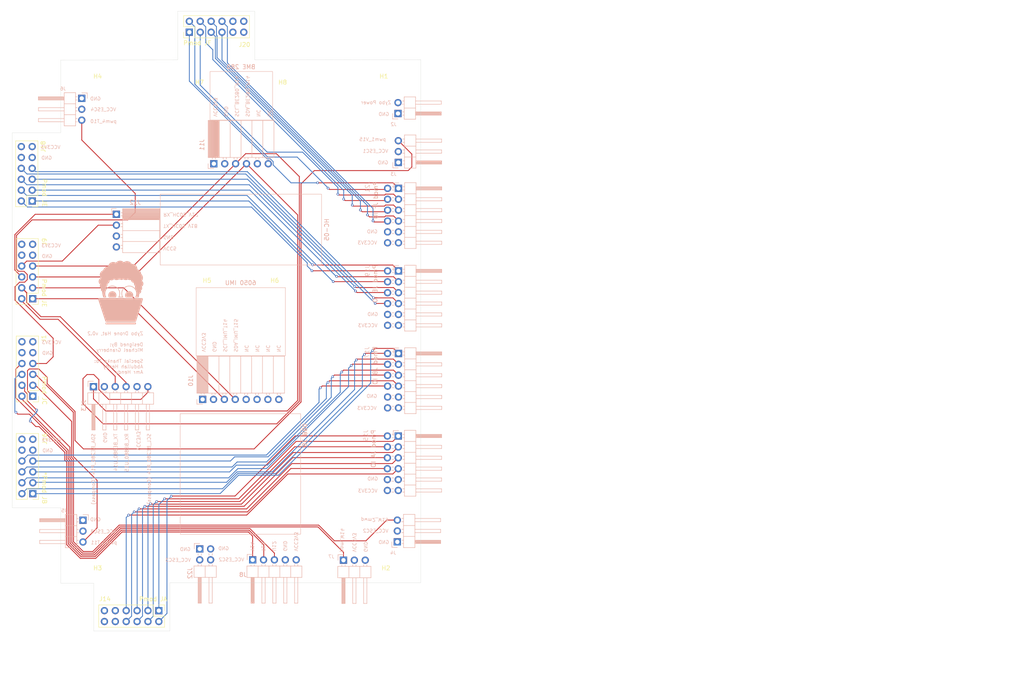
<source format=kicad_pcb>
(kicad_pcb (version 20240108) (generator "pcbnew") (generator_version "8.0")
  (layers (0 "F.Cu" signal) (1 "In1.Cu" signal) (2 "In2.Cu" signal) (31 "B.Cu" signal) (34 "B.Paste" user) (35 "F.Paste" user) (36 "B.SilkS" user "B.Silkscreen") (37 "F.SilkS" user "F.Silkscreen") (38 "B.Mask" user) (39 "F.Mask" user) (44 "Edge.Cuts" user))
  (net 0 "")
  (net 1 "GND")
  (net 2 "/VCC_ESC1")
  (net 3 "/VCC_ESC2")
  (net 4 "/pwm3_T11")
  (net 6 "/Y14")
  (net 7 "/pwm2_W15")
  (net 8 "/U12")
  (net 9 "/pwm1_V15")
  (net 11 "/pwm4_T10")
  (net 16 "/ppm_W14")
  (net 17 "/SCL_BE280_R14")
  (net 18 "/SDA_BE280_P14")
  (net 19 "/Connectors/L14")
  (net 20 "/T12")
  (net 21 "/TX_BE880_U14")
  (net 22 "/Connectors/N15")
  (net 23 "/Connectors/J16")
  (net 24 "/Connectors/L15")
  (net 25 "/RX_BE880_U15")
  (net 26 "/Connectors/K14")
  (net 27 "/Connectors/J14")
  (net 28 "/Connectors/K16")
  (net 29 "/Connectors/N16")
  (net 30 "/Connectors/V7")
  (net 31 "/Connectors/U7")
  (net 32 "/Connectors/V8")
  (net 33 "/Connectors/W8")
  (net 34 "/Connectors/W6")
  (net 35 "/Connectors/Y6")
  (net 36 "/Connectors/Y7")
  (net 37 "/Connectors/V6")
  (net 38 "/Connectors/V13")
  (net 39 "/Connectors/Y17")
  (net 40 "/Connectors/H15")
  (net 41 "/Connectors/W16")
  (net 42 "/Connectors/U17")
  (net 43 "/Connectors/T17")
  (net 44 "/Connectors/J15")
  (net 45 "/Connectors/V12")
  (net 46 "/Connectors/MIO-15")
  (net 47 "/Connectors/MIO-9")
  (net 48 "/Connectors/MIO-14")
  (net 49 "/Connectors/MIO-12")
  (net 50 "/Connectors/MIO-0")
  (net 51 "/SCL_IMU_T14")
  (net 52 "/Connectors/MIO-11")
  (net 53 "/Connectors/MIO-13")
  (net 54 "/Connectors/MIO-10")
  (net 55 "VCC3V3")
  (net 56 "/SDA_IMU_T15")
  (net 57 "/VCC_ESC3")
  (net 58 "/TX_HC05_V18")
  (net 59 "/RX_HC05_V17")
  (net 60 "/VCC_ESC4")
  (footprint "Library:PinHeader_2x06_P2.54mm_Horizontal_zybo_mod" (layer "F.Cu") (at 134.135 111.323334)
    (property "Reference" "J17")
    (property "Value" "Conn_01x12_Pin")
  )
  (footprint "MountingHole:MountingHole_3.2mm_M3" (layer "F.Cu") (at 133.09 154.99)
    (property "Reference" "H2")
    (property "Value" "MountingHole")
  )
  (footprint "Library:PinSocket_2x06_P2.54mm_Vertical_zybo_mod" (layer "F.Cu") (at 46.15 80.438432)
    (property "Reference" "J9")
    (property "Value" "Conn_01x12_Pin")
  )
  (footprint "MountingHole:MountingHole_3.2mm_M3" (layer "F.Cu") (at 56.31 154.99)
    (property "Reference" "H3")
    (property "Value" "MountingHole")
  )
  (footprint "MountingHole:MountingHole_3.2mm_M3" (layer "F.Cu") (at 133.09 40.21)
    (property "Reference" "H1")
    (property "Value" "MountingHole")
  )
  (footprint "Library:PinSocket_2x06_P2.54mm_Vertical_zybo_mod" (layer "F.Cu") (at 94.589589 30.1 -90)
    (property "Reference" "J20")
    (property "Value" "Conn_01x12_Pin")
  )
  (footprint "Library:PinSocket_2x06_P2.54mm_Vertical_zybo_mod" (layer "F.Cu") (at 46.2 125.938432)
    (property "Reference" "J16")
    (property "Value" "Conn_01x12_Pin")
  )
  (footprint "Library:PinSocket_2x06_P2.54mm_Vertical_zybo_mod" (layer "F.Cu") (at 46.2 103.188432)
    (property "Reference" "J1")
    (property "Value" "Conn_01x12_Pin")
  )
  (footprint "Library:PinSocket_2x06_P2.54mm_Vertical_zybo_mod" (layer "F.Cu") (at 63.75 165.1 90)
    (property "Reference" "J14")
    (property "Value" "Conn_01x12_Pin")
  )
  (footprint "MountingHole:MountingHole_3.2mm_M3" (layer "F.Cu") (at 86.85 92.25)
    (property "Reference" "H5")
    (property "Value" "MountingHole")
  )
  (footprint "MountingHole:MountingHole_3.2mm_M3" (layer "F.Cu") (at 102.65 92.25)
    (property "Reference" "H6")
    (property "Value" "MountingHole")
  )
  (footprint "Library:PinHeader_2x06_P2.54mm_Horizontal_zybo_mod" (layer "F.Cu") (at 134.135 72.790002)
    (property "Reference" "J21")
    (property "Value" "Conn_01x12_Pin")
  )
  (footprint "MountingHole:MountingHole_3.2mm_M3" (layer "F.Cu") (at 56.31 40.21)
    (property "Reference" "H4")
    (property "Value" "MountingHole")
  )
  (footprint "Library:PinHeader_2x06_P2.54mm_Horizontal_zybo_mod" (layer "F.Cu") (at 134.135 92.056668)
    (property "Reference" "J19")
    (property "Value" "Conn_01x12_Pin")
  )
  (footprint "MountingHole:MountingHole_3.2mm_M3" (layer "F.Cu") (at 99.6 41.8)
    (property "Reference" "H8")
    (property "Value" "MountingHole")
  )
  (footprint "MountingHole:MountingHole_3.2mm_M3" (layer "F.Cu") (at 90.1 41.8)
    (property "Reference" "H7")
    (property "Value" "MountingHole")
  )
  (footprint "Library:PinHeader_2x06_P2.54mm_Horizontal_zybo_mod" (layer "F.Cu") (at 134.09 130.59)
    (property "Reference" "J15")
    (property "Value" "Conn_01x12_Pin")
  )
  (footprint "Library:PinSocket_2x06_P2.54mm_Vertical_zybo_mod" (layer "F.Cu") (at 46.05 57.638432)
    (property "Reference" "J18")
    (property "Value" "Conn_01x12_Pin")
  )
  (footprint "Connector_PinHeader_2.54mm:PinHeader_1x02_P2.54mm_Horizontal" (layer "B.Cu") (at 131.425 49.075)
    (property "Reference" "J2")
    (property "Value" "Conn_01x02_Pin")
  )
  (footprint "Connector_PinHeader_2.54mm:PinHeader_1x03_P2.54mm_Horizontal" (layer "B.Cu") (at 57.9 144 180)
    (property "Reference" "J5")
    (property "Value" "Conn_01x03_Pin")
  )
  (footprint "Connector_PinHeader_2.54mm:PinHeader_1x03_P2.54mm_Horizontal" (layer "B.Cu") (at 131.27 149.05)
    (property "Reference" "J4")
    (property "Value" "Conn_01x03_Pin")
  )
  (footprint "Connector_PinHeader_2.54mm:PinHeader_1x03_P2.54mm_Horizontal" (layer "B.Cu") (at 118.7 153.325 -90)
    (property "Reference" "J7")
    (property "Value" "Conn_01x03_Pin")
  )
  (footprint "Connector_PinSocket_2.54mm:PinSocket_1x06_P2.54mm_Horizontal" (layer "B.Cu") (at 88.445 60.8 -90)
    (property "Reference" "J11")
    (property "Value" "Conn_01x06_Pin")
  )
  (footprint "Library:logo" (layer "B.Cu") (at 66.771689 90.8 180)
    (property "Reference" "G***")
    (property "Value" "LOGO" (hide yes))
  )
  (footprint "Connector_PinHeader_2.54mm:PinHeader_1x05_P2.54mm_Horizontal" (layer "B.Cu") (at 97.5 153.25 -90)
    (property "Reference" "J8")
    (property "Value" "Conn_01x05_Pin")
  )
  (footprint "Connector_PinHeader_2.54mm:PinHeader_2x02_P2.54mm_Horizontal" (layer "B.Cu") (at 85.15 150.7 -90)
    (property "Reference" "J22")
    (property "Value" "Conn_01x04_Pin")
  )
  (footprint "Connector_PinHeader_2.54mm:PinHeader_1x06_P2.54mm_Horizontal" (layer "B.Cu") (at 60.35 112.825 -90)
    (property "Reference" "J13")
    (property "Value" "Conn_01x06_Pin")
  )
  (footprint "Connector_PinSocket_2.54mm:PinSocket_1x04_P2.54mm_Horizontal" (layer "B.Cu") (at 65.7 72.6 180)
    (property "Reference" "J12")
    (property "Value" "Conn_01x04_Pin")
  )
  (footprint "Connector_PinSocket_2.54mm:PinSocket_1x08_P2.54mm_Horizontal" (layer "B.Cu") (at 85.825 115.8 -90)
    (property "Reference" "J10")
    (property "Value" "Conn_01x08_Pin")
  )
  (footprint "Connector_PinHeader_2.54mm:PinHeader_1x03_P2.54mm_Horizontal" (layer "B.Cu") (at 57.615 45.545 180)
    (property "Reference" "J6")
    (property "Value" "Conn_01x03_Pin")
  )
  (footprint "Connector_PinHeader_2.54mm:PinHeader_1x03_P2.54mm_Horizontal" (layer "B.Cu") (at 131.5 60.5)
    (property "Reference" "J3")
    (property "Value" "Conn_01x03_Pin")
  )
  (gr_rect (start 87.55 39.27) (end 102.15 50.6) (stroke (width 0.1)) (fill none) (layer "B.SilkS"))
  (gr_rect (start 75.925 67.9) (end 113.575 84.43) (stroke (width 0.1)) (fill none) (layer "B.SilkS"))
  (gr_rect (start 80.58 119.14) (end 108.7 147.26) (stroke (width 0.1)) (fill none) (layer "B.SilkS"))
  (gr_rect (start 84.31 89.72) (end 105.15 105.6) (stroke (width 0.1)) (fill none) (layer "B.SilkS"))
  (gr_line (start 136.7 158.6) (end 78.2 158.6) (stroke (width 0.05)) (layer "Edge.Cuts"))
  (gr_line (start 80 36.57) (end 52.7 36.6) (stroke (width 0.05)) (layer "Edge.Cuts"))
  (gr_line (start 98 36.57) (end 98.000312 25.2) (stroke (width 0.05)) (layer "Edge.Cuts"))
  (gr_line (start 52.75 158.7) (end 60.400035 158.7) (stroke (width 0.05)) (layer "Edge.Cuts"))
  (gr_line (start 52.7 36.6) (end 52.74 53.57) (stroke (width 0.05)) (layer "Edge.Cuts"))
  (gr_line (start 52.740001 141.075) (end 52.75 158.7) (stroke (width 0.05)) (layer "Edge.Cuts"))
  (gr_line (start 78.20007 169.85) (end 78.2 158.6) (stroke (width 0.05)) (layer "Edge.Cuts"))
  (gr_line (start 98.000312 25.2) (end 79.999687 25.2) (stroke (width 0.05)) (layer "Edge.Cuts"))
  (gr_line (start 41.4 141.075) (end 52.740001 141.075) (stroke (width 0.05)) (layer "Edge.Cuts"))
  (gr_line (start 136.75 36.5) (end 98 36.57) (stroke (width 0.05)) (layer "Edge.Cuts"))
  (gr_line (start 41.4 53.57) (end 41.4 141.075) (stroke (width 0.05)) (layer "Edge.Cuts"))
  (gr_line (start 78.20007 169.85) (end 60.4 169.85) (stroke (width 0.05)) (layer "Edge.Cuts"))
  (gr_line (start 60.4 169.85) (end 60.400035 158.7) (stroke (width 0.05)) (layer "Edge.Cuts"))
  (gr_line (start 79.999687 25.2) (end 80 36.57) (stroke (width 0.05)) (layer "Edge.Cuts"))
  (gr_line (start 136.7 158.6) (end 136.75 36.5) (stroke (width 0.05)) (layer "Edge.Cuts"))
  (gr_line (start 52.74 53.57) (end 41.4 53.57) (stroke (width 0.05)) (layer "Edge.Cuts"))
  (gr_text "VCC_ESC3" (at 65.7 147.1 0) (layer "B.SilkS") (effects (font (size 0.8 0.8) (thickness 0.1)) (justify left bottom mirror)))
  (gr_text "VCC3V3" (at 126.5 118.3 0) (layer "B.SilkS") (effects (font (size 0.8 0.8) (thickness 0.1)) (justify left bottom mirror)))
  (gr_text "GND" (at 76.6 77.466666 180) (layer "B.SilkS") (effects (font (size 0.8 0.8) (thickness 0.1)) (justify left bottom mirror)))
  (gr_text "GND" (at 126.7 77.1 0) (layer "B.SilkS") (effects (font (size 0.8 0.8) (thickness 0.1)) (justify left bottom mirror)))
  (gr_text "SDA_BE280_P14" (at 95.86 49.9 270) (layer "B.SilkS") (effects (font (size 0.8 0.8) (thickness 0.1)) (justify left bottom mirror)))
  (gr_text "VCC_ESC1" (at 129.2 58.3 0) (layer "B.SilkS") (effects (font (size 0.8 0.8) (thickness 0.1)) (justify left bottom mirror)))
  (gr_text "GND" (at 126.8 96.4 0) (layer "B.SilkS") (effects (font (size 0.8 0.8) (thickness 0.1)) (justify left bottom mirror)))
  (gr_text "GND" (at 62.1 46.1 0) (layer "B.SilkS") (effects (font (size 0.8 0.8) (thickness 0.1)) (justify left bottom mirror)))
  (gr_text "VCC3V3" (at 126.6 79.7 0) (layer "B.SilkS") (effects (font (size 0.8 0.8) (thickness 0.1)) (justify left bottom mirror)))
  (gr_text "VCC3V3" (at 52.8 80.35 0) (layer "B.SilkS") (effects (font (size 0.8 0.8) (thickness 0.1)) (justify left bottom mirror)))
  (gr_text "GND" (at 50.7 59.9 0) (layer "B.SilkS") (effects (font (size 0.8 0.8) (thickness 0.1)) (justify left bottom mirror)))
  (gr_text "GND" (at 83.05 151.25 0) (layer "B.SilkS") (effects (font (size 0.8 0.8) (thickness 0.1)) (justify left bottom mirror)))
  (gr_text "VCC3V3" (at 52.95 125.7 0) (layer "B.SilkS") (effects (font (size 0.8 0.8) (thickness 0.1)) (justify left bottom mirror)))
  (gr_text "GND" (at 50.95 128.2 0) (layer "B.SilkS") (effects (font (size 0.8 0.8) (thickness 0.1)) (justify left bottom mirror)))
  (gr_text "VCC5" (at 76.6 80.1 180) (layer "B.SilkS") (effects (font (size 0.8 0.8) (thickness 0.1)) (justify left bottom mirror)))
  (gr_text "GND" (at 62.1 144.3 0) (layer "B.SilkS") (effects (font (size 0.8 0.8) (thickness 0.1)) (justify left bottom mirror)))
  (gr_text "GND" (at 126.8 134.8 0) (layer "B.SilkS") (effects (font (size 0.8 0.8) (thickness 0.1)) (justify left bottom mirror)))
  (gr_text "SDA_BE280_P14 (Compass)" (at 60.8 123.7 90) (layer "B.SilkS") (effects (font (size 0.8 0.8) (thickness 0.1)) (justify left bottom mirror)))
  (gr_text "GND" (at 129.2 61 0) (layer "B.SilkS") (effects (font (size 0.8 0.8) (thickness 0.1)) (justify left bottom mirror)))
  (gr_text "VCC3V3" (at 70.37 127.793334 270) (layer "B.SilkS") (effects (font (size 0.8 0.8) (thickness 0.1)) (justify left bottom mirror)))
  (gr_text "VCC_ESC4" (at 65.7 48.6 0) (layer "B.SilkS") (effects (font (size 0.8 0.8) (thickness 0.1)) (justify left bottom mirror)))
  (gr_text "NC" (at 95.6 104.8 -90) (layer "B.SilkS") (effects (font (size 0.8 0.8) (thickness 0.1)) (justify left bottom mirror)))
  (gr_text "RX_BE880_U15" (at 68.6 123.7 90) (layer "B.SilkS") (effects (font (size 0.8 0.8) (thickness 0.1)) (justify left bottom mirror)))
  (gr_text "Zybo Drone Hat, v0.2\n\nDesigned By:\nMichael Granberry\n\nSpecial Thanks To:\nAbdullah Hendy\nAmr Hendy" (at 72 109.9 0) (layer "B.SilkS") (effects (font (size 0.8 0.8) (thickness 0.1)) (justify left bottom mirror)))
  (gr_text "GND" (at 129.4 49.7 0) (layer "B.SilkS") (effects (font (size 0.8 0.8) (thickness 0.1)) (justify left bottom mirror)))
  (gr_text "GND" (at 62.57 125.993333 270) (layer "B.SilkS") (effects (font (size 0.8 0.8) (thickness 0.1)) (justify left bottom mirror)))
  (gr_text "NC" (at 103.1 104.8 -90) (layer "B.SilkS") (effects (font (size 0.8 0.8) (thickness 0.1)) (justify left bottom mirror)))
  (gr_text "GND" (at 92 151.05 0) (layer "B.SilkS") (effects (font (size 0.8 0.8) (thickness 0.1)) (justify left bottom mirror)))
  (gr_text "VCC3V3" (at 120.75 151.5 270) (layer "B.SilkS") (effects (font (size 0.8 0.8) (thickness 0.1)) (justify left bottom mirror)))
  (gr_text "U12" (at 102.05 151.3 270) (layer "B.SilkS") (effects (font (size 0.8 0.8) (thickness 0.1)) (justify left bottom mirror)))
  (gr_text "T12" (at 99.5 151.3 270) (layer "B.SilkS") (effects (font (size 0.8 0.8) (thickness 0.1)) (justify left bottom mirror)))
  (gr_text "GND" (at 123.4 151.5 -90) (layer "B.SilkS") (effects (font (size 0.8 0.8) (thickness 0.1)) (justify left bottom mirror)))
  (gr_text "VCC3V3" (at 107.15 151.3 270) (layer "B.SilkS") (effects (font (size 0.8 0.8) (thickness 0.1)) (justify left bottom mirror)))
  (gr_text "VCC_ESC2" (at 129.25 146.95 0) (layer "B.SilkS") (effects (font (size 0.8 0.8) (thickness 0.1)) (justify left bottom mirror)))
  (gr_text "VCC_ESC3" (at 83.15 153.75 0) (layer "B.SilkS") (effects (font (size 0.8 0.8) (thickness 0.1)) (justify left bottom mirror)))
  (gr_text "NC" (at 98.1 104.8 -90) (layer "B.SilkS") (effects (font (size 0.8 0.8) (thickness 0.1)) (justify left bottom mirror)))
  (gr_text "SCL_IMU_T14" (at 90.6 104.8 270) (layer "B.SilkS") (effects (font (size 0.8 0.8) (thickness 0.1)) (justify left bottom mirror)))
  (gr_text "GND" (at 88.1 104.8 270) (layer "B.SilkS") (effects (font (size 0.8 0.8) (thickness 0.1)) (justify left bottom mirror)))
  (gr_text "GND" (at 90.82 49.9 270) (layer "B.SilkS") (effects (font (size 0.8 0.8) (thickness 0.1)) (justify left bottom mirror)))
  (gr_text "VCC3V3" (at 126.7 99 0) (layer "B.SilkS") (effects (font (size 0.8 0.8) (thickness 0.1)) (justify left bottom mirror)))
  (gr_text "Y14" (at 96.95 151.3 270) (layer "B.SilkS") (effects (font (size 0.8 0.8) (thickness 0.1)) (justify left bottom mirror)))
  (gr_text "SCL_BE280_R14" (at 93.34 49.9 270) (layer "B.SilkS") (effects (font (size 0.8 0.8) (thickness 0.1)) (justify left bottom mirror)))
  (gr_text "SDA_IMU_T15" (at 93.1 104.8 270) (layer "B.SilkS") (effects (font (size 0.8 0.8) (thickness 0.1)) (justify left bottom mirror)))
  (gr_text "RX_HC05_V17" (at 76.6 72.2 180) (layer "B.SilkS") (effects (font (size 0.8 0.8) (thickness 0.1)) (justify left bottom mirror)))
  (gr_text "NC" (at 98.38 49.9 -90) (layer "B.SilkS") (effects (font (size 0.8 0.8) (thickness 0.1)) (justify left bottom mirror)))
  (gr_text "GND" (at 129.4 149.6 0) (layer "B.SilkS") (effects (font (size 0.8 0.8) (thickness 0.1)) (justify left bottom mirror)))
  (gr_text "VCC3V3" (at 52.7 57.4 0) (layer "B.SilkS") (effects (font (size 0.8 0.8) (thickness 0.1)) (justify left bottom mirror)))
  (gr_text "VCC_ESC2" (at 95.6 153.65 0) (layer "B.SilkS") (effects (font (size 0.8 0.8) (thickness 0.1)) (justify left bottom mirror)))
  (gr_text "GND" (at 50.8 82.85 0) (layer "B.SilkS") (effects (font (size 0.8 0.8) (thickness 0.1)) (justify left bottom mirror)))
  (gr_text "SCL_BE280_R14 (Compass)" (at 73.8 123.7 90) (layer "B.SilkS") (effects (font (size 0.8 0.8) (thickness 0.1)) (justify left bottom mirror)))
  (gr_text "GND" (at 104.6 151.3 -90) (layer "B.SilkS") (effects (font (size 0.8 0.8) (thickness 0.1)) (justify left bottom mirror)))
  (gr_text "GND" (at 50.9 105.45 0) (layer "B.SilkS") (effects (font (size 0.8 0.8) (thickness 0.1)) (justify left bottom mirror)))
  (gr_text "VCC3V3" (at 88.3 49.9 270) (layer "B.SilkS") (effects (font (size 0.8 0.8) (thickness 0.1)) (justify left bottom mirror)))
  (gr_text "VCC3V3" (at 126.7 137.6 0) (layer "B.SilkS") (effects (font (size 0.8 0.8) (thickness 0.1)) (justify left bottom mirror)))
  (gr_text "GND" (at 126.6 115.5 0) (layer "B.SilkS") (effects (font (size 0.8 0.8) (thickness 0.1)) (justify left bottom mirror)))
  (gr_text "TX_HC05_V18" (at 76.6 74.833333 180) (layer "B.SilkS") (effects (font (size 0.8 0.8) (thickness 0.1)) (justify left bottom mirror)))
  (gr_text "NC" (at 100.6 104.8 -90) (layer "B.SilkS") (effects (font (size 0.8 0.8) (thickness 0.1)) (justify left bottom mirror)))
  (gr_text "VCC3V3" (at 52.9 102.95 0) (layer "B.SilkS") (effects (font (size 0.8 0.8) (thickness 0.1)) (justify left bottom mirror)))
  (gr_text "NC" (at 100.9 49.9 -90) (layer "B.SilkS") (effects (font (size 0.8 0.8) (thickness 0.1)) (justify left bottom mirror)))
  (gr_text "TX_BE880_U14" (at 66 123.7 90) (layer "B.SilkS") (effects (font (size 0.8 0.8) (thickness 0.1)) (justify left bottom mirror)))
  (gr_text "VCC3V3" (at 85.6 104.8 270) (layer "B.SilkS") (effects (font (size 0.8 0.8) (thickness 0.1)) (justify left bottom mirror)))
  (segment (start 55.65 118.792201) (end 46.826231 109.968432) (width 0.2) (layer "F.Cu") (net 4))
  (segment (start 57.9 149.08) (end 61.2 145.78) (width 0.2) (layer "F.Cu") (net 4))
  (segment (start 61.2 134.7) (end 55.65 129.15) (width 0.2) (layer "F.Cu") (net 4))
  (segment (start 46.826231 109.968432) (end 46.2 109.968432) (width 0.2) (layer "F.Cu") (net 4))
  (segment (start 55.65 129.15) (end 55.65 118.792201) (width 0.2) (layer "F.Cu") (net 4))
  (segment (start 61.2 145.78) (end 61.2 134.7) (width 0.2) (layer "F.Cu") (net 4))
  (segment (start 96.518628 146.75) (end 97.5 147.731372) (width 0.2) (layer "F.Cu") (net 6))
  (segment (start 47.1 118.3) (end 44.9 116.1) (width 0.2) (layer "F.Cu") (net 6))
  (segment (start 45.6 120.85) (end 46.9 122.15) (width 0.2) (layer "F.Cu") (net 6))
  (segment (start 53.65 128.15) (end 53.65 129.978429) (width 0.2) (layer "F.Cu") (net 6))
  (segment (start 44.9 114.5) (end 44.286231 113.886231) (width 0.2) (layer "F.Cu") (net 6))
  (segment (start 54.1 149.7) (end 57.3 152.9) (width 0.2) (layer "F.Cu") (net 6))
  (segment (start 44.286231 113.886231) (end 44.286231 113.134663) (width 0.2) (layer "F.Cu") (net 6))
  (segment (start 44.9 116.1) (end 44.9 114.5) (width 0.2) (layer "F.Cu") (net 6))
  (segment (start 97.5 147.731372) (end 97.5 153.25) (width 0.2) (layer "F.Cu") (net 6))
  (segment (start 47.65 122.15) (end 53.65 128.15) (width 0.2) (layer "F.Cu") (net 6))
  (segment (start 57.3 152.9) (end 60.862744 152.9) (width 0.2) (layer "F.Cu") (net 6))
  (segment (start 67.012744 146.75) (end 96.518628 146.75) (width 0.2) (layer "F.Cu") (net 6))
  (segment (start 46.9 122.15) (end 47.65 122.15) (width 0.2) (layer "F.Cu") (net 6))
  (segment (start 44.286231 113.134663) (end 43.66 112.508432) (width 0.2) (layer "F.Cu") (net 6))
  (segment (start 54.1 130.428429) (end 54.1 149.7) (width 0.2) (layer "F.Cu") (net 6))
  (segment (start 53.65 129.978429) (end 54.1 130.428429) (width 0.2) (layer "F.Cu") (net 6))
  (segment (start 60.862744 152.9) (end 67.012744 146.75) (width 0.2) (layer "F.Cu") (net 6))
  (via (at 45.6 120.85) (size 0.6) (drill 0.3) (layers "F.Cu" "B.Cu") (net 6))
  (via (at 47.1 118.3) (size 0.6) (drill 0.3) (layers "F.Cu" "B.Cu") (net 6))
  (segment (start 45.6 120.3) (end 45.6 120.85) (width 0.2) (layer "B.Cu") (net 6))
  (segment (start 47.1 118.8) (end 45.6 120.3) (width 0.2) (layer "B.Cu") (net 6))
  (segment (start 47.1 118.3) (end 47.1 118.8) (width 0.2) (layer "B.Cu") (net 6))
  (segment (start 131.27 143.97) (end 128.78 143.97) (width 0.2) (layer "F.Cu") (net 7))
  (segment (start 116.565686 148.8) (end 112.915686 145.15) (width 0.2) (layer "F.Cu") (net 7))
  (segment (start 112.915686 145.15) (end 66.350001 145.15) (width 0.2) (layer "F.Cu") (net 7))
  (segment (start 55.25 120.932201) (end 46.826231 112.508432) (width 0.2) (layer "F.Cu") (net 7))
  (segment (start 57.962744 151.3) (end 55.7 149.037256) (width 0.2) (layer "F.Cu") (net 7))
  (segment (start 55.7 149.037256) (end 55.7 129.765686) (width 0.2) (layer "F.Cu") (net 7))
  (segment (start 46.826231 112.508432) (end 46.2 112.508432) (width 0.2) (layer "F.Cu") (net 7))
  (segment (start 55.7 129.765686) (end 55.25 129.315686) (width 0.2) (layer "F.Cu") (net 7))
  (segment (start 60.2 151.3) (end 57.962744 151.3) (width 0.2) (layer "F.Cu") (net 7))
  (segment (start 66.350001 145.15) (end 65.165686 146.334315) (width 0.2) (layer "F.Cu") (net 7))
  (segment (start 123.95 148.8) (end 116.565686 148.8) (width 0.2) (layer "F.Cu") (net 7))
  (segment (start 128.78 143.97) (end 123.95 148.8) (width 0.2) (layer "F.Cu") (net 7))
  (segment (start 55.25 129.315686) (end 55.25 120.932201) (width 0.2) (layer "F.Cu") (net 7))
  (segment (start 65.165686 146.334315) (end 60.2 151.3) (width 0.2) (layer "F.Cu") (net 7))
  (segment (start 42.25 108.7) (end 43.521568 107.428432) (width 0.2) (layer "F.Cu") (net 8))
  (segment (start 54.9 149.368628) (end 54.9 130.097057) (width 0.2) (layer "F.Cu") (net 8))
  (segment (start 57.631372 152.1) (end 54.9 149.368628) (width 0.2) (layer "F.Cu") (net 8))
  (segment (start 102.58 151.68) (end 96.85 145.95) (width 0.2) (layer "F.Cu") (net 8))
  (segment (start 43.521568 107.428432) (end 43.66 107.428432) (width 0.2) (layer "F.Cu") (net 8))
  (segment (start 60.531372 152.1) (end 57.631372 152.1) (width 0.2) (layer "F.Cu") (net 8))
  (segment (start 66.681372 145.95) (end 60.531372 152.1) (width 0.2) (layer "F.Cu") (net 8))
  (segment (start 42.25 115.45) (end 42.25 108.7) (width 0.2) (layer "F.Cu") (net 8))
  (segment (start 54.45 127.65) (end 42.25 115.45) (width 0.2) (layer "F.Cu") (net 8))
  (segment (start 54.9 130.097057) (end 54.45 129.647057) (width 0.2) (layer "F.Cu") (net 8))
  (segment (start 54.45 129.647057) (end 54.45 127.65) (width 0.2) (layer "F.Cu") (net 8))
  (segment (start 96.85 145.95) (end 66.681372 145.95) (width 0.2) (layer "F.Cu") (net 8))
  (segment (start 102.58 153.25) (end 102.58 151.68) (width 0.2) (layer "F.Cu") (net 8))
  (segment (start 56.05 125.4) (end 56.05 118.626515) (width 0.2) (layer "F.Cu") (net 9))
  (segment (start 56.05 118.626515) (end 49.55 112.126515) (width 0.2) (layer "F.Cu") (net 9))
  (segment (start 47.6 108.7) (end 45.35 108.7) (width 0.2) (layer "F.Cu") (net 9))
  (segment (start 134.65 58.55) (end 134.65 61.55) (width 0.2) (layer "F.Cu") (net 9))
  (segment (start 49.55 110.65) (end 47.6 108.7) (width 0.2) (layer "F.Cu") (net 9))
  (segment (start 108.8 65.5) (end 108.8 116.4) (width 0.2) (layer "F.Cu") (net 9))
  (segment (start 111.9 62.4) (end 108.8 65.5) (width 0.2) (layer "F.Cu") (net 9))
  (segment (start 58 127.35) (end 56.05 125.4) (width 0.2) (layer "F.Cu") (net 9))
  (segment (start 44.95 113.798432) (end 46.2 115.048432) (width 0.2) (layer "F.Cu") (net 9))
  (segment (start 108.8 116.4) (end 97.85 127.35) (width 0.2) (layer "F.Cu") (net 9))
  (segment (start 49.55 112.126515) (end 49.55 110.65) (width 0.2) (layer "F.Cu") (net 9))
  (segment (start 44.95 109.1) (end 44.95 113.798432) (width 0.2) (layer "F.Cu") (net 9))
  (segment (start 131.5 55.42) (end 131.52 55.42) (width 0.2) (layer "F.Cu") (net 9))
  (segment (start 133.8 62.4) (end 111.9 62.4) (width 0.2) (layer "F.Cu") (net 9))
  (segment (start 97.85 127.35) (end 58 127.35) (width 0.2) (layer "F.Cu") (net 9))
  (segment (start 131.52 55.42) (end 134.65 58.55) (width 0.2) (layer "F.Cu") (net 9))
  (segment (start 45.35 108.7) (end 44.95 109.1) (width 0.2) (layer "F.Cu") (net 9))
  (segment (start 134.65 61.55) (end 133.8 62.4) (width 0.2) (layer "F.Cu") (net 9))
  (segment (start 42.4 77.515686) (end 42.4 85.442746) (width 0.2) (layer "F.Cu") (net 11))
  (segment (start 42.857254 85.9) (end 44.15 85.9) (width 0.2) (layer "F.Cu") (net 11))
  (segment (start 70.1 72.15) (end 68.35 73.9) (width 0.2) (layer "F.Cu") (net 11))
  (segment (start 42.05 89.5) (end 42.05 92.65) (width 0.2) (layer "F.Cu") (net 11))
  (segment (start 44.15 85.9) (end 44.9 86.65) (width 0.2) (layer "F.Cu") (net 11))
  (segment (start 50.95 105.85) (end 49.371568 107.428432) (width 0.2) (layer "F.Cu") (net 11))
  (segment (start 44.3 88.45) (end 43.1 88.45) (width 0.2) (layer "F.Cu") (net 11))
  (segment (start 42.05 92.65) (end 50.95 101.55) (width 0.2) (layer "F.Cu") (net 11))
  (segment (start 57.615 55.265) (end 70.1 67.75) (width 0.2) (layer "F.Cu") (net 11))
  (segment (start 44.9 87.85) (end 44.3 88.45) (width 0.2) (layer "F.Cu") (net 11))
  (segment (start 43.1 88.45) (end 42.05 89.5) (width 0.2) (layer "F.Cu") (net 11))
  (segment (start 44.9 86.65) (end 44.9 87.85) (width 0.2) (layer "F.Cu") (net 11))
  (segment (start 46.015686 73.9) (end 42.4 77.515686) (width 0.2) (layer "F.Cu") (net 11))
  (segment (start 57.615 50.625) (end 57.615 55.265) (width 0.2) (layer "F.Cu") (net 11))
  (segment (start 49.371568 107.428432) (end 46.2 107.428432) (width 0.2) (layer "F.Cu") (net 11))
  (segment (start 68.35 73.9) (end 46.015686 73.9) (width 0.2) (layer "F.Cu") (net 11))
  (segment (start 42.4 85.442746) (end 42.857254 85.9) (width 0.2) (layer "F.Cu") (net 11))
  (segment (start 50.95 101.55) (end 50.95 105.85) (width 0.2) (layer "F.Cu") (net 11))
  (segment (start 70.1 67.75) (end 70.1 72.15) (width 0.2) (layer "F.Cu") (net 11))
  (segment (start 118.7 153.325) (end 118.7 151.5) (width 0.2) (layer "F.Cu") (net 16))
  (segment (start 66.515686 145.55) (end 60.365686 151.7) (width 0.2) (layer "F.Cu") (net 16))
  (segment (start 112.75 145.55) (end 66.515686 145.55) (width 0.2) (layer "F.Cu") (net 16))
  (segment (start 43.66 115.76) (end 43.66 115.048432) (width 0.2) (layer "F.Cu") (net 16))
  (segment (start 60.365686 151.7) (end 57.797058 151.7) (width 0.2) (layer "F.Cu") (net 16))
  (segment (start 54.85 129.481371) (end 54.85 126.95) (width 0.2) (layer "F.Cu") (net 16))
  (segment (start 118.7 151.5) (end 112.75 145.55) (width 0.2) (layer "F.Cu") (net 16))
  (segment (start 57.797058 151.7) (end 55.3 149.202942) (width 0.2) (layer "F.Cu") (net 16))
  (segment (start 54.85 126.95) (end 43.66 115.76) (width 0.2) (layer "F.Cu") (net 16))
  (segment (start 55.3 149.202942) (end 55.3 129.931371) (width 0.2) (layer "F.Cu") (net 16))
  (segment (start 55.3 129.931371) (end 54.85 129.481371) (width 0.2) (layer "F.Cu") (net 16))
  (segment (start 57.9 110.95) (end 58.85 110) (width 0.2) (layer "F.Cu") (net 17))
  (segment (start 61.6 111.181372) (end 61.6 113.5) (width 0.2) (layer "F.Cu") (net 17))
  (segment (start 95.875 58.45) (end 103.05 58.45) (width 0.2) (layer "F.Cu") (net 17))
  (segment (start 60.418628 110) (end 61.6 111.181372) (width 0.2) (layer "F.Cu") (net 17))
  (segment (start 93.525 60.8) (end 95.875 58.45) (width 0.2) (layer "F.Cu") (net 17))
  (segment (start 61.6 113.5) (end 63.9 115.8) (width 0.2) (layer "F.Cu") (net 17))
  (segment (start 103.05 58.45) (end 108.4 63.8) (width 0.2) (layer "F.Cu") (net 17))
  (segment (start 103.134314 121.5) (end 62.6 121.5) (width 0.2) (layer "F.Cu") (net 17))
  (segment (start 58.85 110) (end 60.418628 110) (width 0.2) (layer "F.Cu") (net 17))
  (segment (start 108.4 63.8) (end 108.4 116.234314) (width 0.2) (layer "F.Cu") (net 17))
  (segment (start 62.6 121.5) (end 57.9 116.8) (width 0.2) (layer "F.Cu") (net 17))
  (segment (start 57.9 116.8) (end 57.9 110.95) (width 0.2) (layer "F.Cu") (net 17))
  (segment (start 63.9 115.8) (end 71.4 115.8) (width 0.2) (layer "F.Cu") (net 17))
  (segment (start 108.4 116.234314) (end 103.134314 121.5) (width 0.2) (layer "F.Cu") (net 17))
  (segment (start 69.646568 84.678432) (end 93.525 60.8) (width 0.2) (layer "F.Cu") (net 17))
  (segment (start 46.15 84.678432) (end 69.646568 84.678432) (width 0.2) (layer "F.Cu") (net 17))
  (segment (start 71.4 115.8) (end 73.05 114.15) (width 0.2) (layer "F.Cu") (net 17))
  (segment (start 73.05 114.15) (end 73.05 112.825) (width 0.2) (layer "F.Cu") (net 17))
  (segment (start 108 116.068628) (end 108 72.735) (width 0.2) (layer "F.Cu") (net 18))
  (segment (start 60.35 115.65) (end 63.2 118.5) (width 0.2) (layer "F.Cu") (net 18))
  (segment (start 105.568628 118.5) (end 108 116.068628) (width 0.2) (layer "F.Cu") (net 18))
  (segment (start 63.2 118.5) (end 105.568628 118.5) (width 0.2) (layer "F.Cu") (net 18))
  (segment (start 46.15 87.218432) (end 69.646568 87.218432) (width 0.2) (layer "F.Cu") (net 18))
  (segment (start 108 72.735) (end 96.065 60.8) (width 0.2) (layer "F.Cu") (net 18))
  (segment (start 60.35 112.825) (end 60.35 115.65) (width 0.2) (layer "F.Cu") (net 18))
  (segment (start 69.646568 87.218432) (end 96.065 60.8) (width 0.2) (layer "F.Cu") (net 18))
  (segment (start 94.9 140.25) (end 106.95 128.2) (width 0.2) (layer "F.Cu") (net 19))
  (segment (start 106.95 128.2) (end 130.147498 128.2) (width 0.2) (layer "F.Cu") (net 19))
  (segment (start 130.147498 128.2) (end 131.495 126.852498) (width 0.2) (layer "F.Cu") (net 19))
  (segment (start 73.75 140.25) (end 94.9 140.25) (width 0.2) (layer "F.Cu") (net 19))
  (segment (start 73.65 140.15) (end 73.75 140.25) (width 0.2) (layer "F.Cu") (net 19))
  (via (at 73.65 140.15) (size 0.6) (drill 0.3) (layers "F.Cu" "B.Cu") (net 19))
  (segment (start 73.07 140.73) (end 73.07 165.1) (width 0.2) (layer "B.Cu") (net 19))
  (segment (start 73.65 140.15) (end 73.07 140.73) (width 0.2) (layer "B.Cu") (net 19))
  (segment (start 54.5 149.534314) (end 57.465686 152.5) (width 0.2) (layer "F.Cu") (net 20))
  (segment (start 96.684314 146.35) (end 100.094314 149.76) (width 0.2) (layer "F.Cu") (net 20))
  (segment (start 100.094314 149.76) (end 100.094314 153.195686) (width 0.2) (layer "F.Cu") (net 20))
  (segment (start 42.25 118.8) (end 42.7 119.25) (width 0.2) (layer "F.Cu") (net 20))
  (segment (start 57.465686 152.5) (end 60.697058 152.5) (width 0.2) (layer "F.Cu") (net 20))
  (segment (start 54.05 127.9) (end 54.05 129.812743) (width 0.2) (layer "F.Cu") (net 20))
  (segment (start 54.05 129.812743) (end 54.5 130.262743) (width 0.2) (layer "F.Cu") (net 20))
  (segment (start 42.7 119.25) (end 45.4 119.25) (width 0.2) (layer "F.Cu") (net 20))
  (segment (start 100.094314 153.195686) (end 100.04 153.25) (width 0.2) (layer "F.Cu") (net 20))
  (segment (start 66.847058 146.35) (end 96.684314 146.35) (width 0.2) (layer "F.Cu") (net 20))
  (segment (start 60.697058 152.5) (end 66.847058 146.35) (width 0.2) (layer "F.Cu") (net 20))
  (segment (start 45.4 119.25) (end 54.05 127.9) (width 0.2) (layer "F.Cu") (net 20))
  (segment (start 54.5 130.262743) (end 54.5 149.534314) (width 0.2) (layer "F.Cu") (net 20))
  (via (at 42.25 118.8) (size 0.6) (drill 0.3) (layers "F.Cu" "B.Cu") (net 20))
  (segment (start 43.018432 109.968432) (end 43.66 109.968432) (width 0.2) (layer "B.Cu") (net 20))
  (segment (start 42 110.986864) (end 43.018432 109.968432) (width 0.2) (layer "B.Cu") (net 20))
  (segment (start 42 118.55) (end 42 110.986864) (width 0.2) (layer "B.Cu") (net 20))
  (segment (start 42.25 118.8) (end 42 118.55) (width 0.2) (layer "B.Cu") (net 20))
  (segment (start 47.9 97.1) (end 52.1 97.1) (width 0.2) (layer "F.Cu") (net 21))
  (segment (start 65.43 110.43) (end 65.43 112.825) (width 0.2) (layer "F.Cu") (net 21))
  (segment (start 43.61 92.81) (end 47.9 97.1) (width 0.2) (layer "F.Cu") (net 21))
  (segment (start 43.61 92.298432) (end 43.61 92.81) (width 0.2) (layer "F.Cu") (net 21))
  (segment (start 52.1 97.1) (end 65.43 110.43) (width 0.2) (layer "F.Cu") (net 21))
  (segment (start 76.95 139) (end 94.25 139) (width 0.2) (layer "F.Cu") (net 22))
  (segment (start 94.25 139) (end 107.65 125.6) (width 0.2) (layer "F.Cu") (net 22))
  (segment (start 130.207498 125.6) (end 131.495 124.312498) (width 0.2) (layer "F.Cu") (net 22))
  (segment (start 107.65 125.6) (end 130.207498 125.6) (width 0.2) (layer "F.Cu") (net 22))
  (via (at 76.95 139) (size 0.6) (drill 0.3) (layers "F.Cu" "B.Cu") (net 22))
  (segment (start 75.61 140.34) (end 75.61 165.1) (width 0.2) (layer "B.Cu") (net 22))
  (segment (start 76.95 139) (end 75.61 140.34) (width 0.2) (layer "B.Cu") (net 22))
  (segment (start 95.5 140.75) (end 106.857502 129.392498) (width 0.2) (layer "F.Cu") (net 23))
  (segment (start 106.857502 129.392498) (end 128.955 129.392498) (width 0.2) (layer "F.Cu") (net 23))
  (segment (start 72.35 140.75) (end 95.5 140.75) (width 0.2) (layer "F.Cu") (net 23))
  (via (at 72.35 140.75) (size 0.6) (drill 0.3) (layers "F.Cu" "B.Cu") (net 23))
  (segment (start 71.8 141.3) (end 71.8 166.37) (width 0.2) (layer "B.Cu") (net 23))
  (segment (start 71.8 166.37) (end 70.53 167.64) (width 0.2) (layer "B.Cu") (net 23))
  (segment (start 72.35 140.75) (end 71.8 141.3) (width 0.2) (layer "B.Cu") (net 23))
  (segment (start 107.311717 126.852498) (end 128.955 126.852498) (width 0.2) (layer "F.Cu") (net 24))
  (segment (start 94.514215 139.65) (end 107.311717 126.852498) (width 0.2) (layer "F.Cu") (net 24))
  (segment (start 75.1 139.65) (end 94.514215 139.65) (width 0.2) (layer "F.Cu") (net 24))
  (via (at 75.1 139.65) (size 0.6) (drill 0.3) (layers "F.Cu" "B.Cu") (net 24))
  (segment (start 74.3 166.41) (end 73.07 167.64) (width 0.2) (layer "B.Cu") (net 24))
  (segment (start 75.04 139.65) (end 74.3 140.39) (width 0.2) (layer "B.Cu") (net 24))
  (segment (start 74.3 140.39) (end 74.3 166.41) (width 0.2) (layer "B.Cu") (net 24))
  (segment (start 75.1 139.65) (end 75.04 139.65) (width 0.2) (layer "B.Cu") (net 24))
  (segment (start 48.1 96.5) (end 52.6 96.5) (width 0.2) (layer "F.Cu") (net 25))
  (segment (start 44.785 90.933432) (end 44.785 93.185) (width 0.25) (layer "F.Cu") (net 25))
  (segment (start 44.785 93.185) (end 45.5 93.9) (width 0.25) (layer "F.Cu") (net 25))
  (segment (start 43.61 89.758432) (end 44.785 90.933432) (width 0.25) (layer "F.Cu") (net 25))
  (segment (start 45.5 93.9) (end 48.1 96.5) (width 0.2) (layer "F.Cu") (net 25))
  (segment (start 52.6 96.5) (end 67.97 111.87) (width 0.2) (layer "F.Cu") (net 25))
  (segment (start 67.97 111.87) (end 67.97 112.825) (width 0.2) (layer "F.Cu") (net 25))
  (segment (start 105.715686 133.2) (end 130.227498 133.2) (width 0.2) (layer "F.Cu") (net 26))
  (segment (start 130.227498 133.2) (end 131.495 131.932498) (width 0.2) (layer "F.Cu") (net 26))
  (segment (start 68.55 142.8) (end 96.115686 142.8) (width 0.2) (layer "F.Cu") (net 26))
  (segment (start 96.115686 142.8) (end 105.715686 133.2) (width 0.2) (layer "F.Cu") (net 26))
  (via (at 68.55 142.8) (size 0.6) (drill 0.3) (layers "F.Cu" "B.Cu") (net 26))
  (segment (start 68 143.35) (end 68 165.09) (width 0.2) (layer "B.Cu") (net 26))
  (segment (start 68 165.09) (end 67.99 165.1) (width 0.2) (layer "B.Cu") (net 26))
  (segment (start 68.55 142.8) (end 68 143.35) (width 0.2) (layer "B.Cu") (net 26))
  (segment (start 69.85 142.05) (end 96.3 142.05) (width 0.2) (layer "F.Cu") (net 27))
  (segment (start 96.3 142.05) (end 106.417502 131.932498) (width 0.2) (layer "F.Cu") (net 27))
  (segment (start 106.417502 131.932498) (end 128.955 131.932498) (width 0.2) (layer "F.Cu") (net 27))
  (via (at 69.85 142.05) (size 0.6) (drill 0.3) (layers "F.Cu" "B.Cu") (net 27))
  (segment (start 69.25 166.38) (end 67.99 167.64) (width 0.2) (layer "B.Cu") (net 27))
  (segment (start 69.85 142.05) (end 69.25 142.65) (width 0.2) (layer "B.Cu") (net 27))
  (segment (start 69.25 142.65) (end 69.25 166.38) (width 0.2) (layer "B.Cu") (net 27))
  (segment (start 130.105 130.782498) (end 131.495 129.392498) (width 0.2) (layer "F.Cu") (net 28))
  (segment (start 71 141.35) (end 96.1 141.35) (width 0.2) (layer "F.Cu") (net 28))
  (segment (start 96.1 141.35) (end 106.667502 130.782498) (width 0.2) (layer "F.Cu") (net 28))
  (segment (start 106.667502 130.782498) (end 130.105 130.782498) (width 0.2) (layer "F.Cu") (net 28))
  (via (at 71 141.35) (size 0.6) (drill 0.3) (layers "F.Cu" "B.Cu") (net 28))
  (segment (start 70.55 165.08) (end 70.53 165.1) (width 0.2) (layer "B.Cu") (net 28))
  (segment (start 71 141.35) (end 70.55 141.8) (width 0.2) (layer "B.Cu") (net 28))
  (segment (start 70.55 141.8) (end 70.55 165.08) (width 0.2) (layer "B.Cu") (net 28))
  (segment (start 78.5 138.398432) (end 78.548432 138.35) (width 0.2) (layer "F.Cu") (net 29))
  (segment (start 107.437502 124.312498) (end 128.955 124.312498) (width 0.2) (layer "F.Cu") (net 29))
  (segment (start 93.4 138.35) (end 107.437502 124.312498) (width 0.2) (layer "F.Cu") (net 29))
  (segment (start 78.548432 138.35) (end 93.4 138.35) (width 0.2) (layer "F.Cu") (net 29))
  (via (at 78.5 138.398432) (size 0.6) (drill 0.3) (layers "F.Cu" "B.Cu") (net 29))
  (segment (start 77.5 165.75) (end 75.61 167.64) (width 0.2) (layer "B.Cu") (net 29))
  (segment (start 77.5 139.398432) (end 77.5 165.75) (width 0.2) (layer "B.Cu") (net 29))
  (segment (start 78.5 138.398432) (end 77.5 139.398432) (width 0.2) (layer "B.Cu") (net 29))
  (segment (start 115.1 111.8) (end 115.45 111.45) (width 0.2) (layer "F.Cu") (net 30))
  (segment (start 130.324168 111.45) (end 131.54 112.665832) (width 0.2) (layer "F.Cu") (net 30))
  (segment (start 115.45 111.45) (end 130.324168 111.45) (width 0.2) (layer "F.Cu") (net 30))
  (via (at 115.1 111.8) (size 0.6) (drill 0.3) (layers "F.Cu" "B.Cu") (net 30))
  (segment (start 101.1 129.2) (end 93.3 129.2) (width 0.2) (layer "B.Cu") (net 30))
  (segment (start 93.3 129.2) (end 92.321568 130.178432) (width 0.2) (layer "B.Cu") (net 30))
  (segment (start 114.7 115.6) (end 101.1 129.2) (width 0.2) (layer "B.Cu") (net 30))
  (segment (start 115.1 111.8) (end 114.7 112.2) (width 0.2) (layer "B.Cu") (net 30))
  (segment (start 114.7 112.2) (end 114.7 115.6) (width 0.2) (layer "B.Cu") (net 30))
  (segment (start 92.321568 130.178432) (end 46.2 130.178432) (width 0.2) (layer "B.Cu") (net 30))
  (segment (start 118.724168 108.975832) (end 130.39 108.975832) (width 0.2) (layer "F.Cu") (net 31))
  (segment (start 118.3 109.4) (end 118.724168 108.975832) (width 0.2) (layer "F.Cu") (net 31))
  (segment (start 130.39 108.975832) (end 131.54 110.125832) (width 0.2) (layer "F.Cu") (net 31))
  (via (at 118.3 109.4) (size 0.6) (drill 0.3) (layers "F.Cu" "B.Cu") (net 31))
  (segment (start 100.95 131.15) (end 93.7 131.15) (width 0.2) (layer "B.Cu") (net 31))
  (segment (start 117.95 109.75) (end 117.95 114.15) (width 0.2) (layer "B.Cu") (net 31))
  (segment (start 118.3 109.4) (end 117.95 109.75) (width 0.2) (layer "B.Cu") (net 31))
  (segment (start 92.131568 132.718432) (end 46.2 132.718432) (width 0.2) (layer "B.Cu") (net 31))
  (segment (start 117.95 114.15) (end 100.95 131.15) (width 0.2) (layer "B.Cu") (net 31))
  (segment (start 93.7 131.15) (end 92.131568 132.718432) (width 0.2) (layer "B.Cu") (net 31))
  (segment (start 125.5 104.4) (end 126.004168 103.895832) (width 0.2) (layer "F.Cu") (net 32))
  (segment (start 130.39 103.895832) (end 131.54 105.045832) (width 0.2) (layer "F.Cu") (net 32))
  (segment (start 126.004168 103.895832) (end 130.39 103.895832) (width 0.2) (layer "F.Cu") (net 32))
  (via (at 125.5 104.4) (size 0.6) (drill 0.3) (layers "F.Cu" "B.Cu") (net 32))
  (segment (start 125.5 104.4) (end 125.05 104.85) (width 0.2) (layer "B.Cu") (net 32))
  (segment (start 125.05 104.85) (end 125.05 112) (width 0.2) (layer "B.Cu") (net 32))
  (segment (start 103.55 133.5) (end 94.2 133.5) (width 0.2) (layer "B.Cu") (net 32))
  (segment (start 89.901568 137.798432) (end 46.2 137.798432) (width 0.2) (layer "B.Cu") (net 32))
  (segment (start 125.05 112) (end 103.55 133.5) (width 0.2) (layer "B.Cu") (net 32))
  (segment (start 94.2 133.5) (end 89.901568 137.798432) (width 0.2) (layer "B.Cu") (net 32))
  (segment (start 130.354168 106.4) (end 131.54 107.585832) (width 0.2) (layer "F.Cu") (net 33))
  (segment (start 121.9 106.4) (end 130.354168 106.4) (width 0.2) (layer "F.Cu") (net 33))
  (segment (start 121.7 106.6) (end 121.9 106.4) (width 0.2) (layer "F.Cu") (net 33))
  (via (at 121.7 106.6) (size 0.6) (drill 0.3) (layers "F.Cu" "B.Cu") (net 33))
  (segment (start 121.3 107) (end 121.3 113.5) (width 0.2) (layer "B.Cu") (net 33))
  (segment (start 46.308432 135.15) (end 46.2 135.258432) (width 0.2) (layer "B.Cu") (net 33))
  (segment (start 102.1 132.7) (end 93.868628 132.7) (width 0.2) (layer "B.Cu") (net 33))
  (segment (start 121.7 106.6) (end 121.3 107) (width 0.2) (layer "B.Cu") (net 33))
  (segment (start 91.418628 135.15) (end 46.308432 135.15) (width 0.2) (layer "B.Cu") (net 33))
  (segment (start 121.3 113.5) (end 102.1 132.7) (width 0.2) (layer "B.Cu") (net 33))
  (segment (start 93.868628 132.7) (end 91.418628 135.15) (width 0.2) (layer "B.Cu") (net 33))
  (segment (start 113.3 113.1) (end 113.734168 112.665832) (width 0.2) (layer "F.Cu") (net 34))
  (segment (start 113.734168 112.665832) (end 129 112.665832) (width 0.2) (layer "F.Cu") (net 34))
  (via (at 113.3 113.1) (size 0.6) (drill 0.3) (layers "F.Cu" "B.Cu") (net 34))
  (segment (start 45.038432 128.8) (end 43.66 130.178432) (width 0.2) (layer "B.Cu") (net 34))
  (segment (start 113 116.5) (end 100.7 128.8) (width 0.2) (layer "B.Cu") (net 34))
  (segment (start 113 113.4) (end 113 116.5) (width 0.2) (layer "B.Cu") (net 34))
  (segment (start 100.7 128.8) (end 45.038432 128.8) (width 0.2) (layer "B.Cu") (net 34))
  (segment (start 113.3 113.1) (end 113 113.4) (width 0.2) (layer "B.Cu") (net 34))
  (segment (start 120.814168 107.585832) (end 129 107.585832) (width 0.2) (layer "F.Cu") (net 35))
  (segment (start 120.5 107.9) (end 120.814168 107.585832) (width 0.2) (layer "F.Cu") (net 35))
  (via (at 120.5 107.9) (size 0.6) (drill 0.3) (layers "F.Cu" "B.Cu") (net 35))
  (segment (start 91.89451 134.108432) (end 44.81 134.108432) (width 0.2) (layer "B.Cu") (net 35))
  (segment (start 119.9 108.5) (end 119.9 112.8) (width 0.2) (layer "B.Cu") (net 35))
  (segment (start 120.5 107.9) (end 119.9 108.5) (width 0.2) (layer "B.Cu") (net 35))
  (segment (start 119.9 112.8) (end 100.75 131.95) (width 0.2) (layer "B.Cu") (net 35))
  (segment (start 44.81 134.108432) (end 43.66 135.258432) (width 0.2) (layer "B.Cu") (net 35))
  (segment (start 94.052942 131.95) (end 91.89451 134.108432) (width 0.2) (layer "B.Cu") (net 35))
  (segment (start 100.75 131.95) (end 94.052942 131.95) (width 0.2) (layer "B.Cu") (net 35))
  (segment (start 123.6 105.3) (end 123.854168 105.045832) (width 0.2) (layer "F.Cu") (net 36))
  (segment (start 123.854168 105.045832) (end 129 105.045832) (width 0.2) (layer "F.Cu") (net 36))
  (via (at 123.6 105.3) (size 0.6) (drill 0.3) (layers "F.Cu" "B.Cu") (net 36))
  (segment (start 94.034314 133.1) (end 90.485882 136.648432) (width 0.2) (layer "B.Cu") (net 36))
  (segment (start 123.1 112.9) (end 102.9 133.1) (width 0.2) (layer "B.Cu") (net 36))
  (segment (start 123.1 105.8) (end 123.1 112.9) (width 0.2) (layer "B.Cu") (net 36))
  (segment (start 102.9 133.1) (end 94.034314 133.1) (width 0.2) (layer "B.Cu") (net 36))
  (segment (start 90.485882 136.648432) (end 44.81 136.648432) (width 0.2) (layer "B.Cu") (net 36))
  (segment (start 44.81 136.648432) (end 43.66 137.798432) (width 0.2) (layer "B.Cu") (net 36))
  (segment (start 123.6 105.3) (end 123.1 105.8) (width 0.2) (layer "B.Cu") (net 36))
  (segment (start 116.574168 110.125832) (end 129 110.125832) (width 0.2) (layer "F.Cu") (net 37))
  (segment (start 116.2 110.5) (end 116.574168 110.125832) (width 0.2) (layer "F.Cu") (net 37))
  (via (at 116.2 110.5) (size 0.6) (drill 0.3) (layers "F.Cu" "B.Cu") (net 37))
  (segment (start 93.884314 130.4) (end 92.715882 131.568432) (width 0.2) (layer "B.Cu") (net 37))
  (segment (start 115.85 115.3) (end 100.75 130.4) (width 0.2) (layer "B.Cu") (net 37))
  (segment (start 116.2 110.5) (end 115.85 110.85) (width 0.2) (layer "B.Cu") (net 37))
  (segment (start 115.85 110.85) (end 115.85 115.3) (width 0.2) (layer "B.Cu") (net 37))
  (segment (start 44.81 131.568432) (end 43.66 132.718432) (width 0.2) (layer "B.Cu") (net 37))
  (segment (start 92.715882 131.568432) (end 44.81 131.568432) (width 0.2) (layer "B.Cu") (net 37))
  (segment (start 100.75 130.4) (end 93.884314 130.4) (width 0.2) (layer "B.Cu") (net 37))
  (segment (start 111.35 85.779166) (end 129 85.779166) (width 0.2) (layer "F.Cu") (net 38))
  (via (at 111.35 85.779166) (size 0.6) (drill 0.3) (layers "F.Cu" "B.Cu") (net 38))
  (segment (start 110.25 83.95) (end 97.2 70.9) (width 0.2) (layer "B.Cu") (net 38))
  (segment (start 44.911568 70.9) (end 43.51 69.498432) (width 0.2) (layer "B.Cu") (net 38))
  (segment (start 111.35 85.779166) (end 110.25 84.679166) (width 0.2) (layer "B.Cu") (net 38))
  (segment (start 110.25 84.679166) (end 110.25 83.95) (width 0.2) (layer "B.Cu") (net 38))
  (segment (start 97.2 70.9) (end 44.911568 70.9) (width 0.2) (layer "B.Cu") (net 38))
  (segment (start 126.1 93.399166) (end 129 93.399166) (width 0.2) (layer "F.Cu") (net 39))
  (via (at 126.1 93.399166) (size 0.6) (drill 0.3) (layers "F.Cu" "B.Cu") (net 39))
  (segment (start 44.831568 63.2) (end 43.51 61.878432) (width 0.2) (layer "B.Cu") (net 39))
  (segment (start 126.1 93.399166) (end 95.900834 63.2) (width 0.2) (layer "B.Cu") (net 39))
  (segment (start 95.900834 63.2) (end 44.831568 63.2) (width 0.2) (layer "B.Cu") (net 39))
  (segment (start 130.240834 92.1) (end 131.54 93.399166) (width 0.2) (layer "F.Cu") (net 40))
  (segment (start 125.704144 92.1) (end 130.240834 92.1) (width 0.2) (layer "F.Cu") (net 40))
  (segment (start 125.686025 92.081881) (end 125.704144 92.1) (width 0.2) (layer "F.Cu") (net 40))
  (via (at 125.686025 92.081881) (size 0.6) (drill 0.3) (layers "F.Cu" "B.Cu") (net 40))
  (segment (start 46.821568 62.65) (end 96.254144 62.65) (width 0.2) (layer "B.Cu") (net 40))
  (segment (start 46.05 61.878432) (end 46.821568 62.65) (width 0.2) (layer "B.Cu") (net 40))
  (segment (start 96.254144 62.65) (end 125.686025 92.081881) (width 0.2) (layer "B.Cu") (net 40))
  (segment (start 117.1 87.169166) (end 130.39 87.169166) (width 0.2) (layer "F.Cu") (net 41))
  (segment (start 130.39 87.169166) (end 131.54 88.319166) (width 0.2) (layer "F.Cu") (net 41))
  (via (at 117.1 87.1) (size 0.6) (drill 0.3) (layers "F.Cu" "B.Cu") (net 41))
  (segment (start 117.1 87.169166) (end 117.1 87.1) (width 0.2) (layer "B.Cu") (net 41))
  (segment (start 117.069166 87.169166) (end 96.858432 66.958432) (width 0.2) (layer "B.Cu") (net 41))
  (segment (start 96.858432 66.958432) (end 46.05 66.958432) (width 0.2) (layer "B.Cu") (net 41))
  (segment (start 117.1 87.1) (end 117.069166 87.169166) (width 0.2) (layer "B.Cu") (net 41))
  (segment (start 116.3 88.319166) (end 129 88.319166) (width 0.2) (layer "F.Cu") (net 42))
  (via (at 116.3 88.3) (size 0.6) (drill 0.3) (layers "F.Cu" "B.Cu") (net 42))
  (segment (start 96.180834 68.2) (end 116.280834 88.3) (width 0.2) (layer "B.Cu") (net 42))
  (segment (start 43.51 66.958432) (end 44.751568 68.2) (width 0.2) (layer "B.Cu") (net 42))
  (segment (start 116.280834 88.3) (end 116.3 88.3) (width 0.2) (layer "B.Cu") (net 42))
  (segment (start 116.3 88.319166) (end 116.3 88.319166) (width 0.2) (layer "B.Cu") (net 42))
  (segment (start 44.751568 68.2) (end 96.180834 68.2) (width 0.2) (layer "B.Cu") (net 42))
  (segment (start 116.3 88.3) (end 116.3 88.319166) (width 0.2) (layer "B.Cu") (net 42))
  (segment (start 121.5 90.5) (end 121.859166 90.859166) (width 0.2) (layer "F.Cu") (net 43))
  (segment (start 121.859166 90.859166) (end 129 90.859166) (width 0.2) (layer "F.Cu") (net 43))
  (via (at 121.5 90.5) (size 0.6) (drill 0.3) (layers "F.Cu" "B.Cu") (net 43))
  (segment (start 44.791568 65.7) (end 43.51 64.418432) (width 0.2) (layer "B.Cu") (net 43))
  (segment (start 96.7 65.7) (end 44.791568 65.7) (width 0.2) (layer "B.Cu") (net 43))
  (segment (start 121.5 90.5) (end 96.7 65.7) (width 0.2) (layer "B.Cu") (net 43))
  (segment (start 130.380834 89.7) (end 131.54 90.859166) (width 0.2) (layer "F.Cu") (net 44))
  (segment (start 121.35 89.5) (end 121.55 89.7) (width 0.2) (layer "F.Cu") (net 44))
  (segment (start 121.55 89.7) (end 130.380834 89.7) (width 0.2) (layer "F.Cu") (net 44))
  (via (at 121.35 89.5) (size 0.6) (drill 0.3) (layers "F.Cu" "B.Cu") (net 44))
  (segment (start 96.318432 64.418432) (end 46.05 64.418432) (width 0.2) (layer "B.Cu") (net 44))
  (segment (start 121.35 89.45) (end 96.318432 64.418432) (width 0.2) (layer "B.Cu") (net 44))
  (segment (start 121.35 89.5) (end 121.35 89.45) (width 0.2) (layer "B.Cu") (net 44))
  (segment (start 130.210834 84.45) (end 131.54 85.779166) (width 0.2) (layer "F.Cu") (net 45))
  (segment (start 111.5 84.45) (end 130.210834 84.45) (width 0.2) (layer "F.Cu") (net 45))
  (via (at 111.5 84.4) (size 0.6) (drill 0.3) (layers "F.Cu" "B.Cu") (net 45))
  (segment (start 105.75 78.65) (end 96.598432 69.498432) (width 0.2) (layer "B.Cu") (net 45))
  (segment (start 111.5 84.4) (end 111.45 84.4) (width 0.2) (layer "B.Cu") (net 45))
  (segment (start 111.5 84.45) (end 111.5 84.4) (width 0.2) (layer "B.Cu") (net 45))
  (segment (start 105.75 78.7) (end 105.75 78.65) (width 0.2) (layer "B.Cu") (net 45))
  (segment (start 111.45 84.4) (end 105.75 78.7) (width 0.2) (layer "B.Cu") (net 45))
  (segment (start 96.598432 69.498432) (end 46.05 69.498432) (width 0.2) (layer "B.Cu") (net 45))
  (segment (start 111.5 84.45) (end 111.5 84.45) (width 0.2) (layer "B.Cu") (net 45))
  (segment (start 125.6 74.1325) (end 125.8675 74.4) (width 0.2) (layer "F.Cu") (net 46))
  (segment (start 128.7325 74.4) (end 129 74.1325) (width 0.2) (layer "F.Cu") (net 46))
  (segment (start 125.8675 74.4) (end 128.7325 74.4) (width 0.2) (layer "F.Cu") (net 46))
  (via (at 125.6 74.1325) (size 0.6) (drill 0.3) (layers "F.Cu" "B.Cu") (net 46))
  (segment (start 90.349589 27.56) (end 91.6 28.810411) (width 0.2) (layer "B.Cu") (net 46))
  (segment (start 125.6 71.25) (end 125.6 74.1325) (width 0.2) (layer "B.Cu") (net 46))
  (segment (start 91.6 28.810411) (end 91.6 37.25) (width 0.2) (layer "B.Cu") (net 46))
  (segment (start 91.6 37.25) (end 125.6 71.25) (width 0.2) (layer "B.Cu") (net 46))
  (segment (start 119.0975 69.4) (end 128.6525 69.4) (width 0.2) (layer "F.Cu") (net 47))
  (segment (start 128.6525 69.4) (end 129 69.0525) (width 0.2) (layer "F.Cu") (net 47))
  (segment (start 118.75 69.0525) (end 119.0975 69.4) (width 0.2) (layer "F.Cu") (net 47))
  (via (at 118.75 69.0525) (size 0.6) (drill 0.3) (layers "F.Cu" "B.Cu") (net 47))
  (segment (start 86.55 28.85) (end 86.55 32.55) (width 0.2) (layer "B.Cu") (net 47))
  (segment (start 85.269589 27.569589) (end 86.55 28.85) (width 0.2) (layer "B.Cu") (net 47))
  (segment (start 88.2 36.484314) (end 118.75 67.034314) (width 0.2) (layer "B.Cu") (net 47))
  (segment (start 88.2 34.2) (end 88.2 36.484314) (width 0.2) (layer "B.Cu") (net 47))
  (segment (start 118.75 67.034314) (end 118.75 69.0525) (width 0.2) (layer "B.Cu") (net 47))
  (segment (start 85.269589 27.56) (end 85.269589 27.569589) (width 0.2) (layer "B.Cu") (net 47))
  (segment (start 86.55 32.55) (end 88.2 34.2) (width 0.2) (layer "B.Cu") (net 47))
  (segment (start 123.0575 72) (end 128.5925 72) (width 0.2) (layer "F.Cu") (net 48))
  (segment (start 128.5925 72) (end 129 71.5925) (width 0.2) (layer "F.Cu") (net 48))
  (segment (start 122.65 71.5925) (end 123.0575 72) (width 0.2) (layer "F.Cu") (net 48))
  (via (at 122.65 71.5925) (size 0.6) (drill 0.3) (layers "F.Cu" "B.Cu") (net 48))
  (segment (start 122.65 69.484314) (end 122.65 71.5925) (width 0.2) (layer "B.Cu") (net 48))
  (segment (start 87.809589 27.56) (end 89.05 28.800411) (width 0.2) (layer "B.Cu") (net 48))
  (segment (start 89.05 30.774725) (end 89.2 30.924725) (width 0.2) (layer "B.Cu") (net 48))
  (segment (start 89.2 30.924725) (end 89.2 36.034314) (width 0.2) (layer "B.Cu") (net 48))
  (segment (start 89.05 28.800411) (end 89.05 30.774725) (width 0.2) (layer "B.Cu") (net 48))
  (segment (start 89.2 36.034314) (end 122.65 69.484314) (width 0.2) (layer "B.Cu") (net 48))
  (segment (start 128.523654 72.9825) (end 130.39 72.9825) (width 0.2) (layer "F.Cu") (net 49))
  (segment (start 124.7575 73.2) (end 128.306154 73.2) (width 0.2) (layer "F.Cu") (net 49))
  (segment (start 124.3 72.7425) (end 124.7575 73.2) (width 0.2) (layer "F.Cu") (net 49))
  (segment (start 128.306154 73.2) (end 128.523654 72.9825) (width 0.2) (layer "F.Cu") (net 49))
  (segment (start 130.39 72.9825) (end 131.54 74.1325) (width 0.2) (layer "F.Cu") (net 49))
  (via (at 124.3 72.7425) (size 0.6) (drill 0.3) (layers "F.Cu" "B.Cu") (net 49))
  (segment (start 124.3 70.568628) (end 124.3 72.7425) (width 0.2) (layer "B.Cu") (net 49))
  (segment (start 90.349589 30.1) (end 90.349589 36.618217) (width 0.2) (layer "B.Cu") (net 49))
  (segment (start 90.349589 36.618217) (end 124.3 70.568628) (width 0.2) (layer "B.Cu") (net 49))
  (segment (start 128.7125 66.8) (end 115.45 66.8) (width 0.2) (layer "F.Cu") (net 50))
  (segment (start 115.45 66.8) (end 115.1625 66.5125) (width 0.2) (layer "F.Cu") (net 50))
  (segment (start 129 66.5125) (end 128.7125 66.8) (width 0.2) (layer "F.Cu") (net 50))
  (via (at 115.1 66.5) (size 0.6) (drill 0.3) (layers "F.Cu" "B.Cu") (net 50))
  (segment (start 84 28.830411) (end 84 42.234314) (width 0.2) (layer "B.Cu") (net 50))
  (segment (start 82.729589 27.56) (end 84 28.830411) (width 0.2) (layer "B.Cu") (net 50))
  (segment (start 115.1 66.45) (end 115.1 66.5) (width 0.2) (layer "B.Cu") (net 50))
  (segment (start 115.1 66.5) (end 115.15 66.5) (width 0.2) (layer "B.Cu") (net 50))
  (segment (start 107.9 59.25) (end 115.1 66.45) (width 0.2) (layer "B.Cu") (net 50))
  (segment (start 115.15 66.5) (end 115.1 66.45) (width 0.2) (layer "B.Cu") (net 50))
  (segment (start 101.015686 59.25) (end 107.9 59.25) (width 0.2) (layer "B.Cu") (net 50))
  (segment (start 84 42.234314) (end 101.015686 59.25) (width 0.2) (layer "B.Cu") (net 50))
  (segment (start 46.15 92.298432) (end 67.403432 92.298432) (width 0.2) (layer "F.Cu") (net 51))
  (segment (start 67.403432 92.298432) (end 90.905 115.8) (width 0.2) (layer "F.Cu") (net 51))
  (segment (start 128.523654 70.4425) (end 130.39 70.4425) (width 0.2) (layer "F.Cu") (net 52))
  (segment (start 120.75 70.4425) (end 121.0075 70.7) (width 0.2) (layer "F.Cu") (net 52))
  (segment (start 130.39 70.4425) (end 131.54 71.5925) (width 0.2) (layer "F.Cu") (net 52))
  (segment (start 128.266154 70.7) (end 128.523654 70.4425) (width 0.2) (layer "F.Cu") (net 52))
  (segment (start 121.0075 70.7) (end 128.266154 70.7) (width 0.2) (layer "F.Cu") (net 52))
  (via (at 120.75 70.4425) (size 0.6) (drill 0.3) (layers "F.Cu" "B.Cu") (net 52))
  (segment (start 88.8 36.2) (end 120.75 68.15) (width 0.2) (layer "B.Cu") (net 52))
  (segment (start 120.75 68.15) (end 120.75 70.4425) (width 0.2) (layer "B.Cu") (net 52))
  (segment (start 87.809589 30.1) (end 88.8 31.090411) (width 0.2) (layer "B.Cu") (net 52))
  (segment (start 88.8 31.090411) (end 88.8 36.2) (width 0.2) (layer "B.Cu") (net 52))
  (segment (start 131.54 66.51) (end 131.8 66.25) (width 0.2) (layer "F.Cu") (net 53))
  (segment (start 131.54 66.5125) (end 131.54 66.51) (width 0.2) (layer "F.Cu") (net 53))
  (segment (start 112.7625 65.3625) (end 112.65 65.25) (width 0.2) (layer "F.Cu") (net 53))
  (segment (start 131.54 66.5125) (end 130.2775 65.25) (width 0.2) (layer "F.Cu") (net 53))
  (segment (start 130.2775 65.25) (end 112.65 65.25) (width 0.2) (layer "F.Cu") (net 53))
  (via (at 112.65 65.25) (size 0.6) (drill 0.3) (layers "F.Cu" "B.Cu") (net 53))
  (segment (start 101.621346 59.65) (end 102.295 60.323654) (width 0.2) (layer "B.Cu") (net 53))
  (segment (start 102.295 61.095) (end 106.45 65.25) (width 0.2) (layer "B.Cu") (net 53))
  (segment (start 82.729589 30.1) (end 82.729589 41.529589) (width 0.2) (layer "B.Cu") (net 53))
  (segment (start 102.295 60.323654) (end 102.295 61.095) (width 0.2) (layer "B.Cu") (net 53))
  (segment (start 100.85 59.65) (end 101.621346 59.65) (width 0.2) (layer "B.Cu") (net 53))
  (segment (start 106.45 65.25) (end 112.65 65.25) (width 0.2) (layer "B.Cu") (net 53))
  (segment (start 82.729589 41.529589) (end 100.85 59.65) (width 0.2) (layer "B.Cu") (net 53))
  (segment (start 128.523654 67.9025) (end 130.39 67.9025) (width 0.2) (layer "F.Cu") (net 54))
  (segment (start 130.39 67.9025) (end 131.54 69.0525) (width 0.2) (layer "F.Cu") (net 54))
  (segment (start 117.6 68.1) (end 128.326154 68.1) (width 0.2) (layer "F.Cu") (net 54))
  (segment (start 128.326154 68.1) (end 128.523654 67.9025) (width 0.2) (layer "F.Cu") (net 54))
  (segment (start 117.4 67.9) (end 117.6 68.1) (width 0.2) (layer "F.Cu") (net 54))
  (via (at 117.4 67.9) (size 0.6) (drill 0.3) (layers "F.Cu" "B.Cu") (net 54))
  (segment (start 85.269589 42.469589) (end 85.269589 30.1) (width 0.2) (layer "B.Cu") (net 54))
  (segment (start 117.4 67.9) (end 117.4 66.342284) (width 0.2) (layer "B.Cu") (net 54))
  (segment (start 109.157716 58.1) (end 100.9 58.1) (width 0.2) (layer "B.Cu") (net 54))
  (segment (start 117.4 66.342284) (end 109.157716 58.1) (width 0.2) (layer "B.Cu") (net 54))
  (segment (start 100.9 58.1) (end 85.269589 42.469589) (width 0.2) (layer "B.Cu") (net 54))
  (segment (start 46.15 89.758432) (end 67.403432 89.758432) (width 0.2) (layer "F.Cu") (net 56))
  (segment (start 67.403432 89.758432) (end 93.445 115.8) (width 0.2) (layer "F.Cu") (net 56))
  (segment (start 65.7 75.14) (end 61.46 75.14) (width 0.2) (layer "F.Cu") (net 58))
  (segment (start 61.46 75.14) (end 53.071568 83.528432) (width 0.2) (layer "F.Cu") (net 58))
  (segment (start 44.76 83.528432) (end 43.61 84.678432) (width 0.2) (layer "F.Cu") (net 58))
  (segment (start 53.071568 83.528432) (end 44.76 83.528432) (width 0.2) (layer "F.Cu") (net 58))
  (segment (start 65.7 72.6) (end 46.75 72.6) (width 0.2) (layer "F.Cu") (net 59))
  (segment (start 46.75 72.6) (end 42 77.35) (width 0.2) (layer "F.Cu") (net 59))
  (segment (start 42 85.608432) (end 43.61 87.218432) (width 0.2) (layer "F.Cu") (net 59))
  (segment (start 42 77.35) (end 42 85.608432) (width 0.2) (layer "F.Cu") (net 59))
)
</source>
